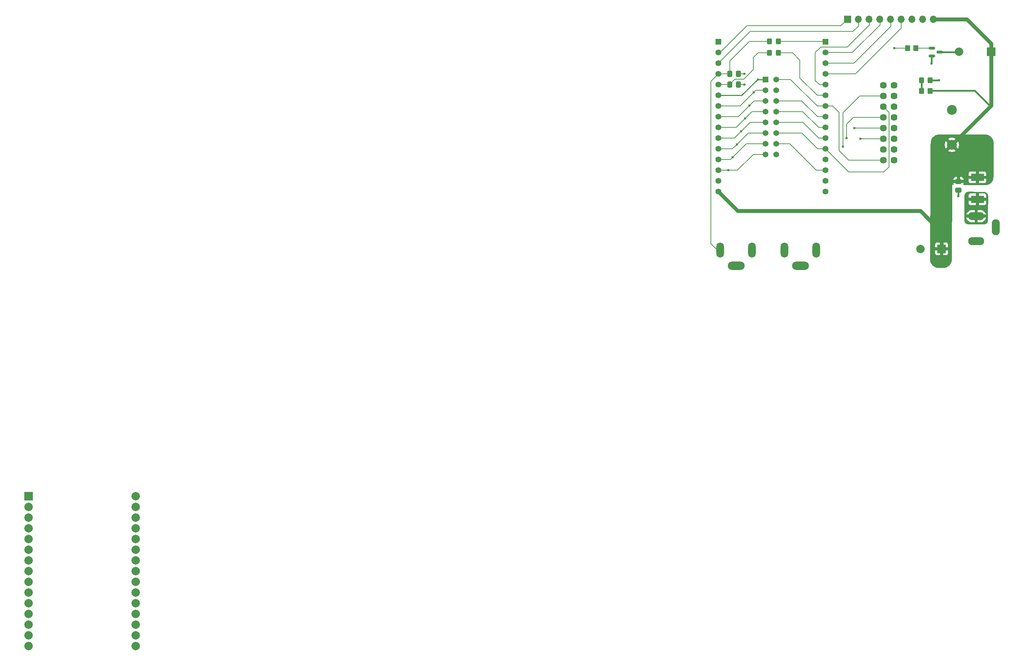
<source format=gbr>
%TF.GenerationSoftware,KiCad,Pcbnew,9.0.0*%
%TF.CreationDate,2025-04-30T00:07:22-04:00*%
%TF.ProjectId,W4MLB_Band_Display,57344d4c-425f-4426-916e-645f44697370,1.0*%
%TF.SameCoordinates,Original*%
%TF.FileFunction,Copper,L1,Top*%
%TF.FilePolarity,Positive*%
%FSLAX46Y46*%
G04 Gerber Fmt 4.6, Leading zero omitted, Abs format (unit mm)*
G04 Created by KiCad (PCBNEW 9.0.0) date 2025-04-30 00:07:22*
%MOMM*%
%LPD*%
G01*
G04 APERTURE LIST*
G04 Aperture macros list*
%AMRoundRect*
0 Rectangle with rounded corners*
0 $1 Rounding radius*
0 $2 $3 $4 $5 $6 $7 $8 $9 X,Y pos of 4 corners*
0 Add a 4 corners polygon primitive as box body*
4,1,4,$2,$3,$4,$5,$6,$7,$8,$9,$2,$3,0*
0 Add four circle primitives for the rounded corners*
1,1,$1+$1,$2,$3*
1,1,$1+$1,$4,$5*
1,1,$1+$1,$6,$7*
1,1,$1+$1,$8,$9*
0 Add four rect primitives between the rounded corners*
20,1,$1+$1,$2,$3,$4,$5,0*
20,1,$1+$1,$4,$5,$6,$7,0*
20,1,$1+$1,$6,$7,$8,$9,0*
20,1,$1+$1,$8,$9,$2,$3,0*%
G04 Aperture macros list end*
%TA.AperFunction,SMDPad,CuDef*%
%ADD10RoundRect,0.250000X-0.350000X-0.450000X0.350000X-0.450000X0.350000X0.450000X-0.350000X0.450000X0*%
%TD*%
%TA.AperFunction,ComponentPad*%
%ADD11C,2.336800*%
%TD*%
%TA.AperFunction,ComponentPad*%
%ADD12R,2.000000X2.000000*%
%TD*%
%TA.AperFunction,ComponentPad*%
%ADD13C,2.000000*%
%TD*%
%TA.AperFunction,SMDPad,CuDef*%
%ADD14RoundRect,0.250000X-0.475000X0.337500X-0.475000X-0.337500X0.475000X-0.337500X0.475000X0.337500X0*%
%TD*%
%TA.AperFunction,SMDPad,CuDef*%
%ADD15RoundRect,0.250000X0.325000X0.450000X-0.325000X0.450000X-0.325000X-0.450000X0.325000X-0.450000X0*%
%TD*%
%TA.AperFunction,ComponentPad*%
%ADD16O,4.000000X2.000000*%
%TD*%
%TA.AperFunction,ComponentPad*%
%ADD17O,1.800000X3.600000*%
%TD*%
%TA.AperFunction,ComponentPad*%
%ADD18R,1.390000X1.390000*%
%TD*%
%TA.AperFunction,ComponentPad*%
%ADD19C,1.390000*%
%TD*%
%TA.AperFunction,ComponentPad*%
%ADD20C,1.620010*%
%TD*%
%TA.AperFunction,SMDPad,CuDef*%
%ADD21RoundRect,0.150000X-0.587500X-0.150000X0.587500X-0.150000X0.587500X0.150000X-0.587500X0.150000X0*%
%TD*%
%TA.AperFunction,ComponentPad*%
%ADD22O,3.800000X1.900000*%
%TD*%
%TA.AperFunction,ComponentPad*%
%ADD23O,1.900000X3.800000*%
%TD*%
%TA.AperFunction,ComponentPad*%
%ADD24R,1.700000X1.700000*%
%TD*%
%TA.AperFunction,ComponentPad*%
%ADD25O,1.700000X1.700000*%
%TD*%
%TA.AperFunction,SMDPad,CuDef*%
%ADD26R,3.150000X1.780000*%
%TD*%
%TA.AperFunction,SMDPad,CuDef*%
%ADD27RoundRect,0.250000X-0.337500X-0.475000X0.337500X-0.475000X0.337500X0.475000X-0.337500X0.475000X0*%
%TD*%
%TA.AperFunction,ComponentPad*%
%ADD28R,1.370000X1.370000*%
%TD*%
%TA.AperFunction,ComponentPad*%
%ADD29C,1.370000*%
%TD*%
%TA.AperFunction,ViaPad*%
%ADD30C,0.600000*%
%TD*%
%TA.AperFunction,Conductor*%
%ADD31C,0.400000*%
%TD*%
%TA.AperFunction,Conductor*%
%ADD32C,0.200000*%
%TD*%
%TA.AperFunction,Conductor*%
%ADD33C,0.900000*%
%TD*%
%TA.AperFunction,Conductor*%
%ADD34C,0.254000*%
%TD*%
G04 APERTURE END LIST*
D10*
%TO.P,R2,1*%
%TO.N,GPIO2*%
X166650000Y-73350000D03*
%TO.P,R2,2*%
%TO.N,Net-(Q1-B)*%
X168650000Y-73350000D03*
%TD*%
D11*
%TO.P,J7,1,1*%
%TO.N,+5V*%
X177186000Y-96305000D03*
%TO.P,J7,2,2*%
%TO.N,GND*%
X177186000Y-88050000D03*
%TD*%
D12*
%TO.P,BZ1,1,+*%
%TO.N,+5V*%
X186500000Y-74250000D03*
D13*
%TO.P,BZ1,2,-*%
%TO.N,Net-(BZ1--)*%
X178900000Y-74250000D03*
%TD*%
D14*
%TO.P,C1,1*%
%TO.N,+5V*%
X178750000Y-105000000D03*
%TO.P,C1,2*%
%TO.N,GND*%
X178750000Y-107075000D03*
%TD*%
D10*
%TO.P,R1,1*%
%TO.N,Net-(D3-A)*%
X170000000Y-83500000D03*
%TO.P,R1,2*%
%TO.N,+5V*%
X172000000Y-83500000D03*
%TD*%
D15*
%TO.P,D1,1,K*%
%TO.N,GPIO23*%
X136000000Y-71750000D03*
%TO.P,D1,2,A*%
%TO.N,GPIO34*%
X133950000Y-71750000D03*
%TD*%
D16*
%TO.P,J6,1*%
%TO.N,GND*%
X141267500Y-125000000D03*
D17*
%TO.P,J6,2*%
%TO.N,GPIO35*%
X137517500Y-121300000D03*
%TO.P,J6,3*%
%TO.N,GND*%
X145017500Y-121300000D03*
%TD*%
D18*
%TO.P,J2,01,01*%
%TO.N,GPIO23*%
X147230000Y-71860000D03*
D19*
%TO.P,J2,02,02*%
%TO.N,GPIO22*%
X147230000Y-74400000D03*
%TO.P,J2,03,03*%
%TO.N,GPIO1*%
X147230000Y-76940000D03*
%TO.P,J2,04,04*%
%TO.N,GPIO3*%
X147230000Y-79480000D03*
%TO.P,J2,05,05*%
%TO.N,GPIO21*%
X147230000Y-82020000D03*
%TO.P,J2,06,06*%
%TO.N,GPIO19*%
X147230000Y-84560000D03*
%TO.P,J2,07,07*%
%TO.N,GPIO18*%
X147230000Y-87100000D03*
%TO.P,J2,08,08*%
%TO.N,GPIO5*%
X147230000Y-89640000D03*
%TO.P,J2,09,09*%
%TO.N,GPIO17*%
X147230000Y-92180000D03*
%TO.P,J2,10,10*%
%TO.N,GPIO16*%
X147230000Y-94720000D03*
%TO.P,J2,11,11*%
%TO.N,GPIO4*%
X147230000Y-97260000D03*
%TO.P,J2,12,12*%
%TO.N,GPIO2*%
X147230000Y-99800000D03*
%TO.P,J2,13,13*%
%TO.N,GPIO15*%
X147230000Y-102340000D03*
%TO.P,J2,14,14*%
%TO.N,GND*%
X147230000Y-104880000D03*
%TO.P,J2,15,15*%
%TO.N,/+3.3VDC*%
X147230000Y-107420000D03*
%TD*%
D20*
%TO.P,J4,1,1*%
%TO.N,GPIO32*%
X163500000Y-99990000D03*
%TO.P,J4,2,2*%
%TO.N,GPIO18*%
X160960000Y-99990000D03*
%TO.P,J4,3,3*%
%TO.N,GPIO33*%
X163500000Y-97450000D03*
%TO.P,J4,4,4*%
%TO.N,GND*%
X160960000Y-97450000D03*
%TO.P,J4,5,5*%
%TO.N,GPIO25*%
X163500000Y-94910000D03*
%TO.P,J4,6,6*%
%TO.N,GPIO5*%
X160960000Y-94910000D03*
%TO.P,J4,7,7*%
%TO.N,GPIO26*%
X163500000Y-92370000D03*
%TO.P,J4,8,8*%
%TO.N,GPIO17*%
X160960000Y-92370000D03*
%TO.P,J4,9,9*%
%TO.N,GPIO27*%
X163500000Y-89830000D03*
%TO.P,J4,10,10*%
%TO.N,GPIO16*%
X160960000Y-89830000D03*
%TO.P,J4,11,11*%
%TO.N,GPIO14*%
X163500000Y-87290000D03*
%TO.P,J4,12,12*%
%TO.N,GPIO4*%
X160960000Y-87290000D03*
%TO.P,J4,13,13*%
%TO.N,GPIO12*%
X163500000Y-84750000D03*
%TO.P,J4,14,14*%
%TO.N,GPIO15*%
X160960000Y-84750000D03*
%TO.P,J4,15,15*%
%TO.N,GPIO13*%
X163500000Y-82210000D03*
%TO.P,J4,16,16*%
%TO.N,GND*%
X160960000Y-82210000D03*
%TD*%
D21*
%TO.P,Q1,1,B*%
%TO.N,Net-(Q1-B)*%
X172412500Y-73350000D03*
%TO.P,Q1,2,E*%
%TO.N,GND*%
X172412500Y-75250000D03*
%TO.P,Q1,3,C*%
%TO.N,Net-(BZ1--)*%
X174287500Y-74300000D03*
%TD*%
D15*
%TO.P,D3,1,K*%
%TO.N,GND*%
X172000000Y-81000000D03*
%TO.P,D3,2,A*%
%TO.N,Net-(D3-A)*%
X169950000Y-81000000D03*
%TD*%
D22*
%TO.P,J8,1*%
%TO.N,/PWR IN*%
X182950000Y-113237500D03*
%TO.P,J8,2*%
%TO.N,GND*%
X182950000Y-119167500D03*
D23*
%TO.P,J8,3*%
X187600000Y-115917500D03*
%TD*%
D24*
%TO.P,J9,1,Pin_1*%
%TO.N,GPIO36*%
X152500000Y-66500000D03*
D25*
%TO.P,J9,2,Pin_2*%
%TO.N,GPIO39*%
X155040000Y-66500000D03*
%TO.P,J9,3,Pin_3*%
%TO.N,GPIO21*%
X157580000Y-66500000D03*
%TO.P,J9,4,Pin_4*%
%TO.N,GPIO22*%
X160120000Y-66500000D03*
%TO.P,J9,5,Pin_5*%
%TO.N,GPIO1*%
X162660000Y-66500000D03*
%TO.P,J9,6,Pin_6*%
%TO.N,GPIO3*%
X165200000Y-66500000D03*
%TO.P,J9,7,Pin_7*%
%TO.N,GND*%
X167740000Y-66500000D03*
%TO.P,J9,8,Pin_8*%
%TO.N,/+3.3VDC*%
X170280000Y-66500000D03*
%TO.P,J9,9,Pin_9*%
%TO.N,+5V*%
X172820000Y-66500000D03*
%TD*%
D16*
%TO.P,J5,1*%
%TO.N,GND*%
X126017500Y-125000000D03*
D17*
%TO.P,J5,2*%
%TO.N,GPIO34*%
X122267500Y-121300000D03*
%TO.P,J5,3*%
%TO.N,GND*%
X129767500Y-121300000D03*
%TD*%
D12*
%TO.P,U1,1,3V3*%
%TO.N,unconnected-(U1-3V3-Pad1)*%
X-41750000Y-179690000D03*
D13*
%TO.P,U1,2,GND*%
%TO.N,unconnected-(U1-GND-Pad2)*%
X-41750000Y-182230000D03*
%TO.P,U1,3,D15*%
%TO.N,unconnected-(U1-D15-Pad3)*%
X-41750000Y-184770000D03*
%TO.P,U1,4,D2*%
%TO.N,unconnected-(U1-D2-Pad4)*%
X-41750000Y-187310000D03*
%TO.P,U1,5,D4*%
%TO.N,unconnected-(U1-D4-Pad5)*%
X-41750000Y-189850000D03*
%TO.P,U1,6,RX2*%
%TO.N,unconnected-(U1-RX2-Pad6)*%
X-41750000Y-192390000D03*
%TO.P,U1,7,TX2*%
%TO.N,unconnected-(U1-TX2-Pad7)*%
X-41750000Y-194930000D03*
%TO.P,U1,8,D5*%
%TO.N,unconnected-(U1-D5-Pad8)*%
X-41750000Y-197470000D03*
%TO.P,U1,9,D18*%
%TO.N,unconnected-(U1-D18-Pad9)*%
X-41750000Y-200010000D03*
%TO.P,U1,10,D19*%
%TO.N,unconnected-(U1-D19-Pad10)*%
X-41750000Y-202550000D03*
%TO.P,U1,11,D21*%
%TO.N,unconnected-(U1-D21-Pad11)*%
X-41750000Y-205090000D03*
%TO.P,U1,12,RX0*%
%TO.N,unconnected-(U1-RX0-Pad12)*%
X-41750000Y-207630000D03*
%TO.P,U1,13,TX0*%
%TO.N,unconnected-(U1-TX0-Pad13)*%
X-41750000Y-210170000D03*
%TO.P,U1,14,D22*%
%TO.N,unconnected-(U1-D22-Pad14)*%
X-41750000Y-212710000D03*
%TO.P,U1,15,D23*%
%TO.N,unconnected-(U1-D23-Pad15)*%
X-41750000Y-215250000D03*
%TO.P,U1,16,EN*%
%TO.N,unconnected-(U1-EN-Pad16)*%
X-16350000Y-215250000D03*
%TO.P,U1,17,VP*%
%TO.N,unconnected-(U1-VP-Pad17)*%
X-16350000Y-212710000D03*
%TO.P,U1,18,VN*%
%TO.N,unconnected-(U1-VN-Pad18)*%
X-16350000Y-210170000D03*
%TO.P,U1,19,D34*%
%TO.N,unconnected-(U1-D34-Pad19)*%
X-16350000Y-207630000D03*
%TO.P,U1,20,D35*%
%TO.N,unconnected-(U1-D35-Pad20)*%
X-16350000Y-205090000D03*
%TO.P,U1,21,D32*%
%TO.N,unconnected-(U1-D32-Pad21)*%
X-16350000Y-202550000D03*
%TO.P,U1,22,D33*%
%TO.N,unconnected-(U1-D33-Pad22)*%
X-16350000Y-200010000D03*
%TO.P,U1,23,D25*%
%TO.N,unconnected-(U1-D25-Pad23)*%
X-16350000Y-197470000D03*
%TO.P,U1,24,D26*%
%TO.N,unconnected-(U1-D26-Pad24)*%
X-16350000Y-194930000D03*
%TO.P,U1,25,D27*%
%TO.N,unconnected-(U1-D27-Pad25)*%
X-16350000Y-192390000D03*
%TO.P,U1,26,D14*%
%TO.N,unconnected-(U1-D14-Pad26)*%
X-16350000Y-189850000D03*
%TO.P,U1,27,D12*%
%TO.N,unconnected-(U1-D12-Pad27)*%
X-16350000Y-187310000D03*
%TO.P,U1,28,D13*%
%TO.N,unconnected-(U1-D13-Pad28)*%
X-16350000Y-184770000D03*
%TO.P,U1,29,GND__1*%
%TO.N,unconnected-(U1-GND__1-Pad29)*%
X-16350000Y-182230000D03*
%TO.P,U1,30,VIN*%
%TO.N,unconnected-(U1-VIN-Pad30)*%
X-16350000Y-179690000D03*
%TD*%
D26*
%TO.P,F1,1*%
%TO.N,/PWR IN*%
X183250000Y-109250000D03*
%TO.P,F1,2*%
%TO.N,+5V*%
X183250000Y-104020000D03*
%TD*%
D15*
%TO.P,D2,1,K*%
%TO.N,GPIO19*%
X136000000Y-74500000D03*
%TO.P,D2,2,A*%
%TO.N,GPIO35*%
X133950000Y-74500000D03*
%TD*%
D12*
%TO.P,C2,1*%
%TO.N,+5V*%
X174750000Y-121000000D03*
D13*
%TO.P,C2,2*%
%TO.N,GND*%
X169750000Y-121000000D03*
%TD*%
D27*
%TO.P,C3,1*%
%TO.N,GPIO35*%
X124500000Y-82000000D03*
%TO.P,C3,2*%
%TO.N,GND*%
X126575000Y-82000000D03*
%TD*%
%TO.P,C4,1*%
%TO.N,GPIO34*%
X124500000Y-79500000D03*
%TO.P,C4,2*%
%TO.N,GND*%
X126575000Y-79500000D03*
%TD*%
D18*
%TO.P,J1,01,01*%
%TO.N,unconnected-(J1-Pad01)*%
X121830000Y-71860000D03*
D19*
%TO.P,J1,02,02*%
%TO.N,GPIO36*%
X121830000Y-74400000D03*
%TO.P,J1,03,03*%
%TO.N,GPIO39*%
X121830000Y-76940000D03*
%TO.P,J1,04,04*%
%TO.N,GPIO34*%
X121830000Y-79480000D03*
%TO.P,J1,05,05*%
%TO.N,GPIO35*%
X121830000Y-82020000D03*
%TO.P,J1,06,06*%
%TO.N,GPIO32*%
X121830000Y-84560000D03*
%TO.P,J1,07,07*%
%TO.N,GPIO33*%
X121830000Y-87100000D03*
%TO.P,J1,08,08*%
%TO.N,GPIO25*%
X121830000Y-89640000D03*
%TO.P,J1,09,09*%
%TO.N,GPIO26*%
X121830000Y-92180000D03*
%TO.P,J1,10,10*%
%TO.N,GPIO27*%
X121830000Y-94720000D03*
%TO.P,J1,11,11*%
%TO.N,GPIO14*%
X121830000Y-97260000D03*
%TO.P,J1,12,12*%
%TO.N,GPIO12*%
X121830000Y-99800000D03*
%TO.P,J1,13,13*%
%TO.N,GPIO13*%
X121830000Y-102340000D03*
%TO.P,J1,14,14*%
%TO.N,GND*%
X121830000Y-104880000D03*
%TO.P,J1,15,15*%
%TO.N,+5V*%
X121830000Y-107420000D03*
%TD*%
D28*
%TO.P,J3,01,01*%
%TO.N,GPIO32*%
X133010000Y-80802500D03*
D29*
%TO.P,J3,02,02*%
%TO.N,GPIO18*%
X135550000Y-80802500D03*
%TO.P,J3,03,03*%
%TO.N,GPIO33*%
X133010000Y-83342500D03*
%TO.P,J3,04,04*%
%TO.N,GND*%
X135550000Y-83342500D03*
%TO.P,J3,05,05*%
%TO.N,GPIO25*%
X133010000Y-85882500D03*
%TO.P,J3,06,06*%
%TO.N,GPIO5*%
X135550000Y-85882500D03*
%TO.P,J3,07,07*%
%TO.N,GPIO26*%
X133010000Y-88422500D03*
%TO.P,J3,08,08*%
%TO.N,GPIO17*%
X135550000Y-88422500D03*
%TO.P,J3,09,09*%
%TO.N,GPIO27*%
X133010000Y-90962500D03*
%TO.P,J3,10,10*%
%TO.N,GPIO16*%
X135550000Y-90962500D03*
%TO.P,J3,11,11*%
%TO.N,GPIO14*%
X133010000Y-93502500D03*
%TO.P,J3,12,12*%
%TO.N,GPIO4*%
X135550000Y-93502500D03*
%TO.P,J3,13,13*%
%TO.N,GPIO12*%
X133010000Y-96042500D03*
%TO.P,J3,14,14*%
%TO.N,GPIO15*%
X135550000Y-96042500D03*
%TO.P,J3,15,15*%
%TO.N,GPIO13*%
X133010000Y-98582500D03*
%TO.P,J3,16,16*%
%TO.N,GND*%
X135550000Y-98582500D03*
%TD*%
D30*
%TO.N,GND*%
X127980000Y-82000000D03*
X174125000Y-81000000D03*
X172400000Y-77050000D03*
X128000000Y-79450000D03*
X178750000Y-108490000D03*
%TO.N,GPIO32*%
X131200000Y-80802500D03*
%TO.N,GPIO16*%
X152250000Y-94750000D03*
%TO.N,GPIO17*%
X154100000Y-92370000D03*
%TO.N,GPIO13*%
X124200000Y-102362500D03*
%TO.N,GPIO33*%
X130200000Y-83882500D03*
%TO.N,GPIO25*%
X129200000Y-86962500D03*
%TO.N,GPIO27*%
X127200000Y-93122500D03*
%TO.N,GPIO26*%
X128200000Y-90042500D03*
%TO.N,GPIO2*%
X163550000Y-73350000D03*
%TO.N,GPIO14*%
X126200000Y-96202500D03*
%TO.N,GPIO12*%
X125200000Y-99282500D03*
%TO.N,GPIO5*%
X155500000Y-94900000D03*
%TO.N,GPIO15*%
X151400000Y-96750000D03*
%TD*%
D31*
%TO.N,GND*%
X172400000Y-77050000D02*
X172400000Y-75262500D01*
D32*
X128000000Y-79390000D02*
X128000000Y-79450000D01*
X126575000Y-82000000D02*
X127980000Y-82000000D01*
X127950000Y-79500000D02*
X126575000Y-79500000D01*
D31*
X178750000Y-108490000D02*
X178750000Y-107075000D01*
X174125000Y-81000000D02*
X172000000Y-81000000D01*
D32*
X172400000Y-75262500D02*
X172412500Y-75250000D01*
X128000000Y-79450000D02*
X127950000Y-79500000D01*
D33*
%TO.N,+5V*%
X186500000Y-72250000D02*
X180750000Y-66500000D01*
D32*
X172000000Y-83500000D02*
X172045000Y-83455000D01*
D33*
X169710000Y-112000000D02*
X174750000Y-117040000D01*
X186500000Y-72250000D02*
X186500000Y-74250000D01*
X186500000Y-74250000D02*
X186500000Y-86991000D01*
X174750000Y-117040000D02*
X174750000Y-121000000D01*
X126400000Y-112000000D02*
X169710000Y-112000000D01*
X121830000Y-107420000D02*
X121830000Y-107430000D01*
D31*
X182605000Y-83455000D02*
X182650000Y-83500000D01*
X172045000Y-83455000D02*
X182605000Y-83455000D01*
D33*
X121830000Y-107430000D02*
X126400000Y-112000000D01*
X186500000Y-86991000D02*
X177186000Y-96305000D01*
D31*
X182650000Y-83500000D02*
X186141000Y-86991000D01*
X185700000Y-74250000D02*
X186500000Y-74250000D01*
D33*
X180750000Y-66500000D02*
X172710000Y-66500000D01*
D32*
X174790000Y-111920000D02*
X174750000Y-111960000D01*
D34*
%TO.N,GPIO32*%
X131200000Y-80802500D02*
X131220000Y-80802500D01*
X131097500Y-80802500D02*
X131200000Y-80802500D01*
X121830000Y-84560000D02*
X127340000Y-84560000D01*
X131220000Y-80802500D02*
X133010000Y-80802500D01*
X127340000Y-84560000D02*
X131097500Y-80802500D01*
D32*
%TO.N,GPIO16*%
X145625000Y-94725000D02*
X145630000Y-94720000D01*
X141862500Y-90962500D02*
X145625000Y-94725000D01*
X152250000Y-91400000D02*
X152250000Y-94750000D01*
X145630000Y-94720000D02*
X147230000Y-94720000D01*
X153820000Y-89830000D02*
X152400000Y-91250000D01*
X135550000Y-90962500D02*
X141862500Y-90962500D01*
X152400000Y-91250000D02*
X152250000Y-91400000D01*
X160960000Y-89830000D02*
X153820000Y-89830000D01*
%TO.N,GPIO34*%
X121830000Y-79480000D02*
X124480000Y-79480000D01*
X120050000Y-81260000D02*
X120050000Y-119750000D01*
X121830000Y-79480000D02*
X120050000Y-81260000D01*
X124500000Y-76450000D02*
X124500000Y-79500000D01*
X129200000Y-71750000D02*
X124500000Y-76450000D01*
X120050000Y-119750000D02*
X121600000Y-121300000D01*
X133950000Y-71750000D02*
X129200000Y-71750000D01*
X124480000Y-79480000D02*
X124500000Y-79500000D01*
X121600000Y-121300000D02*
X122267500Y-121300000D01*
%TO.N,GPIO17*%
X141822500Y-88422500D02*
X145580000Y-92180000D01*
X154100000Y-92370000D02*
X160960000Y-92370000D01*
X145580000Y-92180000D02*
X147230000Y-92180000D01*
X135550000Y-88422500D02*
X141822500Y-88422500D01*
%TO.N,GPIO36*%
X128600000Y-68000000D02*
X150890000Y-68000000D01*
X121830000Y-74400000D02*
X122200000Y-74400000D01*
X122200000Y-74400000D02*
X128600000Y-68000000D01*
X150890000Y-68000000D02*
X152390000Y-66500000D01*
%TO.N,GPIO4*%
X141602500Y-93502500D02*
X145360000Y-97260000D01*
X135550000Y-93502500D02*
X141602500Y-93502500D01*
X162250000Y-101550000D02*
X161050000Y-102750000D01*
X162250000Y-88580000D02*
X162250000Y-101550000D01*
X160960000Y-87290000D02*
X162250000Y-88580000D01*
X152720000Y-102750000D02*
X147230000Y-97260000D01*
X145360000Y-97260000D02*
X147230000Y-97260000D01*
X161050000Y-102750000D02*
X152720000Y-102750000D01*
%TO.N,GPIO13*%
X126342500Y-102340000D02*
X130100000Y-98582500D01*
X130100000Y-98582500D02*
X133010000Y-98582500D01*
X121830000Y-102340000D02*
X124130000Y-102340000D01*
X124130000Y-102340000D02*
X124140000Y-102340000D01*
X124140000Y-102340000D02*
X126342500Y-102340000D01*
%TO.N,GPIO33*%
X130732500Y-83350000D02*
X130200000Y-83882500D01*
X127000000Y-87100000D02*
X121830000Y-87100000D01*
X133010000Y-83342500D02*
X133010000Y-83340000D01*
X130200000Y-83900000D02*
X127000000Y-87100000D01*
X133010000Y-83342500D02*
X133002500Y-83350000D01*
X130200000Y-83882500D02*
X130200000Y-83900000D01*
X133002500Y-83350000D02*
X130732500Y-83350000D01*
%TO.N,GPIO39*%
X153750000Y-69400000D02*
X155050000Y-68100000D01*
X129370000Y-69400000D02*
X153750000Y-69400000D01*
X121830000Y-76940000D02*
X129370000Y-69400000D01*
X155050000Y-68100000D02*
X155050000Y-66620000D01*
%TO.N,GPIO25*%
X129401250Y-86761250D02*
X129401250Y-86748750D01*
X126522500Y-89640000D02*
X129401250Y-86761250D01*
X129401250Y-86748750D02*
X130267500Y-85882500D01*
X121830000Y-89640000D02*
X126522500Y-89640000D01*
X130267500Y-85882500D02*
X133010000Y-85882500D01*
%TO.N,GPIO35*%
X133950000Y-74650000D02*
X133950000Y-74500000D01*
X130150000Y-78450000D02*
X130150000Y-75600000D01*
X127850000Y-80750000D02*
X130150000Y-78450000D01*
X124480000Y-82020000D02*
X124500000Y-82000000D01*
X124500000Y-82000000D02*
X125750000Y-80750000D01*
X121830000Y-82020000D02*
X124480000Y-82020000D01*
X131250000Y-74500000D02*
X133950000Y-74500000D01*
X130150000Y-75600000D02*
X131250000Y-74500000D01*
X125750000Y-80750000D02*
X127850000Y-80750000D01*
%TO.N,GPIO27*%
X125602500Y-94720000D02*
X127200000Y-93122500D01*
X127227500Y-93122500D02*
X129387500Y-90962500D01*
X121830000Y-94720000D02*
X125602500Y-94720000D01*
X129387500Y-90962500D02*
X133010000Y-90962500D01*
X127200000Y-93122500D02*
X127227500Y-93122500D01*
%TO.N,GPIO26*%
X129800000Y-88450000D02*
X132982500Y-88450000D01*
X126070000Y-92180000D02*
X129800000Y-88450000D01*
X121830000Y-92180000D02*
X126070000Y-92180000D01*
X133010000Y-88460000D02*
X133010000Y-88422500D01*
X132982500Y-88450000D02*
X133010000Y-88422500D01*
%TO.N,GPIO2*%
X166650000Y-73350000D02*
X163550000Y-73350000D01*
%TO.N,GPIO14*%
X126200000Y-96202500D02*
X128900000Y-93502500D01*
X128900000Y-93502500D02*
X133010000Y-93502500D01*
X125142500Y-97260000D02*
X126200000Y-96202500D01*
X121830000Y-97260000D02*
X125142500Y-97260000D01*
%TO.N,GPIO22*%
X147230000Y-74400000D02*
X153600000Y-74400000D01*
X153600000Y-74400000D02*
X160150000Y-67850000D01*
X160150000Y-67850000D02*
X160150000Y-66640000D01*
%TO.N,GPIO18*%
X147230000Y-87100000D02*
X148900000Y-87100000D01*
X150400000Y-88600000D02*
X150400000Y-97700000D01*
X135550000Y-80802500D02*
X138952500Y-80802500D01*
X152690000Y-99990000D02*
X160960000Y-99990000D01*
X150400000Y-97700000D02*
X152690000Y-99990000D01*
X145250000Y-87100000D02*
X147230000Y-87100000D01*
X135647500Y-80900000D02*
X135550000Y-80802500D01*
X138952500Y-80802500D02*
X145250000Y-87100000D01*
X148900000Y-87100000D02*
X150400000Y-88600000D01*
%TO.N,GPIO1*%
X162700000Y-68250000D02*
X162700000Y-66650000D01*
X147230000Y-76940000D02*
X154010000Y-76940000D01*
X154010000Y-76940000D02*
X162700000Y-68250000D01*
%TO.N,GPIO12*%
X125200000Y-99282500D02*
X128440000Y-96042500D01*
X128440000Y-96042500D02*
X133010000Y-96042500D01*
X121830000Y-99800000D02*
X124682500Y-99800000D01*
X133010000Y-96042500D02*
X133642500Y-96042500D01*
X124682500Y-99800000D02*
X125200000Y-99282500D01*
%TO.N,GPIO3*%
X165200000Y-68650000D02*
X165200000Y-66610000D01*
X147230000Y-79480000D02*
X154370000Y-79480000D01*
X154370000Y-79480000D02*
X165200000Y-68650000D01*
%TO.N,GPIO23*%
X136000000Y-71750000D02*
X147120000Y-71750000D01*
X147120000Y-71750000D02*
X147230000Y-71860000D01*
%TO.N,GPIO5*%
X155510000Y-94910000D02*
X155500000Y-94900000D01*
X160960000Y-94910000D02*
X155510000Y-94910000D01*
X141582500Y-85882500D02*
X145340000Y-89640000D01*
X135550000Y-85882500D02*
X141582500Y-85882500D01*
X145340000Y-89640000D02*
X147230000Y-89640000D01*
%TO.N,GPIO15*%
X138742500Y-96042500D02*
X145050000Y-102350000D01*
X151550000Y-88550000D02*
X151400000Y-88700000D01*
X145060000Y-102340000D02*
X147230000Y-102340000D01*
X151400000Y-88700000D02*
X151400000Y-96750000D01*
X155350000Y-84750000D02*
X151550000Y-88550000D01*
X160960000Y-84750000D02*
X155350000Y-84750000D01*
X135550000Y-96042500D02*
X138742500Y-96042500D01*
X145050000Y-102350000D02*
X145060000Y-102340000D01*
%TO.N,GPIO21*%
X145770000Y-82020000D02*
X144800000Y-81050000D01*
X157600000Y-67900000D02*
X157600000Y-66630000D01*
X146100000Y-73100000D02*
X152400000Y-73100000D01*
X144800000Y-74400000D02*
X146100000Y-73100000D01*
X147230000Y-82020000D02*
X145770000Y-82020000D01*
X144800000Y-81050000D02*
X144800000Y-74400000D01*
X152400000Y-73100000D02*
X157600000Y-67900000D01*
%TO.N,GPIO19*%
X141150000Y-76250000D02*
X139400000Y-74500000D01*
X139400000Y-74500000D02*
X136000000Y-74500000D01*
X145260000Y-84560000D02*
X141150000Y-80450000D01*
X141150000Y-80450000D02*
X141150000Y-76250000D01*
X147230000Y-84560000D02*
X145260000Y-84560000D01*
%TO.N,Net-(D3-A)*%
X169975000Y-83475000D02*
X170000000Y-83500000D01*
D31*
X170000000Y-83500000D02*
X170000000Y-81050000D01*
%TO.N,Net-(BZ1--)*%
X178850000Y-74300000D02*
X178900000Y-74250000D01*
X174287500Y-74300000D02*
X178850000Y-74300000D01*
D32*
X178900000Y-74250000D02*
X178900000Y-74750000D01*
%TO.N,Net-(Q1-B)*%
X168650000Y-73350000D02*
X172412500Y-73350000D01*
%TD*%
%TA.AperFunction,Conductor*%
%TO.N,/PWR IN*%
G36*
X183527353Y-107451990D02*
G01*
X184785496Y-107456444D01*
X184797618Y-107457082D01*
X184974267Y-107475094D01*
X184998062Y-107479910D01*
X185161958Y-107530209D01*
X185184365Y-107539573D01*
X185335313Y-107620850D01*
X185355460Y-107634398D01*
X185487679Y-107743539D01*
X185504796Y-107760750D01*
X185613207Y-107893568D01*
X185626644Y-107913790D01*
X185707089Y-108065186D01*
X185716329Y-108087644D01*
X185765723Y-108251813D01*
X185770409Y-108275641D01*
X185787446Y-108452374D01*
X185788018Y-108464517D01*
X185780022Y-112518565D01*
X185780018Y-112519262D01*
X185779942Y-112529268D01*
X185779924Y-112530654D01*
X185779733Y-112540825D01*
X185779718Y-112541520D01*
X185759999Y-113349996D01*
X185759948Y-113359442D01*
X185759948Y-113359446D01*
X185755037Y-114253106D01*
X185754198Y-114266843D01*
X185732773Y-114449859D01*
X185726573Y-114476632D01*
X185667667Y-114643892D01*
X185655722Y-114668641D01*
X185561423Y-114818819D01*
X185544320Y-114840330D01*
X185419257Y-114966050D01*
X185397835Y-114983266D01*
X185248154Y-115078350D01*
X185223468Y-115090424D01*
X185056520Y-115150205D01*
X185029779Y-115156546D01*
X184846877Y-115178929D01*
X184833146Y-115179840D01*
X181174265Y-115219113D01*
X181162042Y-115218641D01*
X180984082Y-115202949D01*
X180960072Y-115198415D01*
X180811610Y-115154867D01*
X180794545Y-115149861D01*
X180771896Y-115140709D01*
X180667045Y-115085764D01*
X180619108Y-115060643D01*
X180598687Y-115047224D01*
X180464563Y-114938748D01*
X180447172Y-114921586D01*
X180336927Y-114788923D01*
X180323237Y-114768683D01*
X180259988Y-114651795D01*
X180241142Y-114616966D01*
X180231689Y-114594438D01*
X180227635Y-114581269D01*
X180180940Y-114429578D01*
X180176088Y-114405631D01*
X180161988Y-114266843D01*
X180158030Y-114227894D01*
X180157396Y-114215684D01*
X180156836Y-113997466D01*
X180153922Y-112862499D01*
X180597224Y-112862499D01*
X180597225Y-112862500D01*
X181736311Y-112862500D01*
X181658325Y-112883396D01*
X181571675Y-112933424D01*
X181500924Y-113004175D01*
X181450896Y-113090825D01*
X181425000Y-113187472D01*
X181425000Y-113287528D01*
X181450896Y-113384175D01*
X181500924Y-113470825D01*
X181571675Y-113541576D01*
X181658325Y-113591604D01*
X181736311Y-113612500D01*
X180597225Y-113612500D01*
X180656230Y-113794104D01*
X180656231Y-113794107D01*
X180759849Y-113997466D01*
X180894004Y-114182114D01*
X181055385Y-114343495D01*
X181240033Y-114477650D01*
X181443395Y-114581269D01*
X181660455Y-114651795D01*
X181885884Y-114687500D01*
X182575000Y-114687500D01*
X182575000Y-113617500D01*
X183325000Y-113617500D01*
X183325000Y-114687500D01*
X184014116Y-114687500D01*
X184239544Y-114651795D01*
X184456604Y-114581269D01*
X184659966Y-114477650D01*
X184844614Y-114343495D01*
X185005995Y-114182114D01*
X185140150Y-113997466D01*
X185243768Y-113794107D01*
X185243769Y-113794104D01*
X185302775Y-113612500D01*
X184163689Y-113612500D01*
X184241675Y-113591604D01*
X184328325Y-113541576D01*
X184399076Y-113470825D01*
X184449104Y-113384175D01*
X184475000Y-113287528D01*
X184475000Y-113187472D01*
X184449104Y-113090825D01*
X184399076Y-113004175D01*
X184328325Y-112933424D01*
X184241675Y-112883396D01*
X184163689Y-112862500D01*
X185302775Y-112862500D01*
X185302775Y-112862499D01*
X185243769Y-112680895D01*
X185243768Y-112680892D01*
X185140150Y-112477533D01*
X185005995Y-112292885D01*
X184844614Y-112131504D01*
X184659966Y-111997349D01*
X184456604Y-111893730D01*
X184239544Y-111823204D01*
X184014116Y-111787500D01*
X183325000Y-111787500D01*
X183325000Y-112857500D01*
X182575000Y-112857500D01*
X182575000Y-111787500D01*
X181885884Y-111787500D01*
X181660455Y-111823204D01*
X181443395Y-111893730D01*
X181240033Y-111997349D01*
X181055385Y-112131504D01*
X180894004Y-112292885D01*
X180759849Y-112477533D01*
X180656231Y-112680892D01*
X180656230Y-112680895D01*
X180597224Y-112862499D01*
X180153922Y-112862499D01*
X180147054Y-110187844D01*
X181175000Y-110187844D01*
X181181401Y-110247372D01*
X181181403Y-110247379D01*
X181231645Y-110382086D01*
X181231649Y-110382093D01*
X181317809Y-110497187D01*
X181317812Y-110497190D01*
X181432906Y-110583350D01*
X181432913Y-110583354D01*
X181567620Y-110633596D01*
X181567627Y-110633598D01*
X181627155Y-110639999D01*
X181627172Y-110640000D01*
X182875000Y-110640000D01*
X183625000Y-110640000D01*
X184872828Y-110640000D01*
X184872844Y-110639999D01*
X184932372Y-110633598D01*
X184932379Y-110633596D01*
X185067086Y-110583354D01*
X185067093Y-110583350D01*
X185182187Y-110497190D01*
X185182190Y-110497187D01*
X185268350Y-110382093D01*
X185268354Y-110382086D01*
X185318596Y-110247379D01*
X185318598Y-110247372D01*
X185324999Y-110187844D01*
X185325000Y-110187827D01*
X185325000Y-109625000D01*
X183625000Y-109625000D01*
X183625000Y-110640000D01*
X182875000Y-110640000D01*
X182875000Y-109625000D01*
X181175000Y-109625000D01*
X181175000Y-110187844D01*
X180147054Y-110187844D01*
X180142598Y-108452217D01*
X180143168Y-108440045D01*
X180155482Y-108312155D01*
X181175000Y-108312155D01*
X181175000Y-108875000D01*
X182875000Y-108875000D01*
X183625000Y-108875000D01*
X185325000Y-108875000D01*
X185325000Y-108312172D01*
X185324999Y-108312155D01*
X185318598Y-108252627D01*
X185318596Y-108252620D01*
X185268354Y-108117913D01*
X185268350Y-108117906D01*
X185182190Y-108002812D01*
X185182187Y-108002809D01*
X185067093Y-107916649D01*
X185067086Y-107916645D01*
X184932379Y-107866403D01*
X184932372Y-107866401D01*
X184872844Y-107860000D01*
X183625000Y-107860000D01*
X183625000Y-108875000D01*
X182875000Y-108875000D01*
X182875000Y-107860000D01*
X181627155Y-107860000D01*
X181567627Y-107866401D01*
X181567620Y-107866403D01*
X181432913Y-107916645D01*
X181432906Y-107916649D01*
X181317812Y-108002809D01*
X181317809Y-108002812D01*
X181231649Y-108117906D01*
X181231645Y-108117913D01*
X181181403Y-108252620D01*
X181181401Y-108252627D01*
X181175000Y-108312155D01*
X180155482Y-108312155D01*
X180160269Y-108262437D01*
X180164983Y-108238505D01*
X180214761Y-108073567D01*
X180224076Y-108051016D01*
X180295784Y-107916645D01*
X180305184Y-107899029D01*
X180318730Y-107878744D01*
X180428045Y-107745572D01*
X180445293Y-107728341D01*
X180578573Y-107619154D01*
X180598854Y-107605638D01*
X180750950Y-107524660D01*
X180773482Y-107515380D01*
X180938480Y-107465760D01*
X180962410Y-107461069D01*
X181140047Y-107444139D01*
X181152222Y-107443582D01*
X183527353Y-107451990D01*
G37*
%TD.AperFunction*%
%TD*%
%TA.AperFunction,Conductor*%
%TO.N,+5V*%
G36*
X185082753Y-93880315D02*
G01*
X185354280Y-93899746D01*
X185371780Y-93902264D01*
X185633423Y-93959212D01*
X185650399Y-93964199D01*
X185901273Y-94057824D01*
X185917366Y-94065178D01*
X186152347Y-94193568D01*
X186167221Y-94203133D01*
X186377653Y-94360772D01*
X186381530Y-94363676D01*
X186394895Y-94375265D01*
X186584160Y-94564687D01*
X186595741Y-94578064D01*
X186756104Y-94792504D01*
X186765666Y-94807401D01*
X186893854Y-95042476D01*
X186901198Y-95058582D01*
X186994612Y-95309526D01*
X186999587Y-95326514D01*
X187056314Y-95588192D01*
X187058820Y-95605715D01*
X187078024Y-95877239D01*
X187078333Y-95886090D01*
X187071678Y-103898814D01*
X187071351Y-103907707D01*
X187051510Y-104180482D01*
X187048951Y-104198082D01*
X186991247Y-104460858D01*
X186986196Y-104477912D01*
X186891492Y-104729723D01*
X186884054Y-104745879D01*
X186754293Y-104981563D01*
X186744619Y-104996488D01*
X186582480Y-105211177D01*
X186570771Y-105224564D01*
X186379588Y-105413846D01*
X186366084Y-105425421D01*
X186149785Y-105585406D01*
X186134764Y-105594930D01*
X185897802Y-105722325D01*
X185881573Y-105729602D01*
X185628820Y-105821786D01*
X185611716Y-105826666D01*
X185348378Y-105881741D01*
X185330753Y-105884124D01*
X185057793Y-105901238D01*
X185048898Y-105901476D01*
X180007862Y-105855275D01*
X179941005Y-105834977D01*
X179895736Y-105781756D01*
X179886427Y-105712509D01*
X179903463Y-105666177D01*
X179909356Y-105656623D01*
X179909358Y-105656619D01*
X179964505Y-105490197D01*
X179964506Y-105490190D01*
X179974999Y-105387486D01*
X179975000Y-105387473D01*
X179975000Y-105375000D01*
X177525001Y-105375000D01*
X177525001Y-105387486D01*
X177535494Y-105490197D01*
X177592914Y-105663477D01*
X177591461Y-105663958D01*
X177600691Y-105724769D01*
X177572164Y-105788550D01*
X177513683Y-105826782D01*
X177476683Y-105832077D01*
X177250000Y-105829999D01*
X177205095Y-123531786D01*
X177205095Y-123531792D01*
X177205072Y-123540666D01*
X177204734Y-123549491D01*
X177184701Y-123820364D01*
X177182147Y-123837842D01*
X177124781Y-124098795D01*
X177119770Y-124115732D01*
X177025904Y-124365898D01*
X177018536Y-124381952D01*
X176890084Y-124616229D01*
X176880511Y-124631073D01*
X176720070Y-124844730D01*
X176708484Y-124858064D01*
X176519309Y-125046759D01*
X176505946Y-125058310D01*
X176291887Y-125218207D01*
X176277023Y-125227740D01*
X176042415Y-125355599D01*
X176026343Y-125362926D01*
X175775940Y-125456158D01*
X175758989Y-125461126D01*
X175497894Y-125517828D01*
X175480410Y-125520338D01*
X175209478Y-125539685D01*
X175200646Y-125540000D01*
X174042664Y-125540000D01*
X174033795Y-125539682D01*
X173761729Y-125520172D01*
X173744172Y-125517641D01*
X173482020Y-125460460D01*
X173465004Y-125455450D01*
X173213694Y-125361448D01*
X173197567Y-125354062D01*
X172962231Y-125225160D01*
X172947323Y-125215547D01*
X172840507Y-125135305D01*
X172732793Y-125054388D01*
X172719419Y-125042757D01*
X172530071Y-124852630D01*
X172518487Y-124839200D01*
X172358214Y-124624014D01*
X172348663Y-124609067D01*
X172220733Y-124373213D01*
X172213412Y-124357055D01*
X172120441Y-124105352D01*
X172115501Y-124088316D01*
X172109023Y-124058024D01*
X172059396Y-123825928D01*
X172056938Y-123808367D01*
X172038545Y-123536215D01*
X172038264Y-123527345D01*
X172044339Y-122047844D01*
X173250000Y-122047844D01*
X173256401Y-122107372D01*
X173256403Y-122107379D01*
X173306645Y-122242086D01*
X173306649Y-122242093D01*
X173392809Y-122357187D01*
X173392812Y-122357190D01*
X173507906Y-122443350D01*
X173507913Y-122443354D01*
X173642620Y-122493596D01*
X173642627Y-122493598D01*
X173702155Y-122499999D01*
X173702172Y-122500000D01*
X174375000Y-122500000D01*
X175125000Y-122500000D01*
X175797828Y-122500000D01*
X175797844Y-122499999D01*
X175857372Y-122493598D01*
X175857379Y-122493596D01*
X175992086Y-122443354D01*
X175992093Y-122443350D01*
X176107187Y-122357190D01*
X176107190Y-122357187D01*
X176193350Y-122242093D01*
X176193354Y-122242086D01*
X176243596Y-122107379D01*
X176243598Y-122107372D01*
X176249999Y-122047844D01*
X176250000Y-122047827D01*
X176250000Y-121375000D01*
X175125000Y-121375000D01*
X175125000Y-122500000D01*
X174375000Y-122500000D01*
X174375000Y-121375000D01*
X173250000Y-121375000D01*
X173250000Y-122047844D01*
X172044339Y-122047844D01*
X172047315Y-121323129D01*
X172048912Y-120934174D01*
X174250000Y-120934174D01*
X174250000Y-121065826D01*
X174284075Y-121192993D01*
X174349901Y-121307007D01*
X174442993Y-121400099D01*
X174557007Y-121465925D01*
X174684174Y-121500000D01*
X174815826Y-121500000D01*
X174942993Y-121465925D01*
X175057007Y-121400099D01*
X175150099Y-121307007D01*
X175215925Y-121192993D01*
X175250000Y-121065826D01*
X175250000Y-120934174D01*
X175215925Y-120807007D01*
X175150099Y-120692993D01*
X175082106Y-120625000D01*
X175125000Y-120625000D01*
X176250000Y-120625000D01*
X176250000Y-119952172D01*
X176249999Y-119952155D01*
X176243598Y-119892627D01*
X176243596Y-119892620D01*
X176193354Y-119757913D01*
X176193350Y-119757906D01*
X176107190Y-119642812D01*
X176107187Y-119642809D01*
X175992093Y-119556649D01*
X175992086Y-119556645D01*
X175857379Y-119506403D01*
X175857372Y-119506401D01*
X175797844Y-119500000D01*
X175125000Y-119500000D01*
X175125000Y-120625000D01*
X175082106Y-120625000D01*
X175057007Y-120599901D01*
X174942993Y-120534075D01*
X174815826Y-120500000D01*
X174684174Y-120500000D01*
X174557007Y-120534075D01*
X174442993Y-120599901D01*
X174349901Y-120692993D01*
X174284075Y-120807007D01*
X174250000Y-120934174D01*
X172048912Y-120934174D01*
X172052944Y-119952155D01*
X173250000Y-119952155D01*
X173250000Y-120625000D01*
X174375000Y-120625000D01*
X174375000Y-119500000D01*
X173702155Y-119500000D01*
X173642627Y-119506401D01*
X173642620Y-119506403D01*
X173507913Y-119556645D01*
X173507906Y-119556649D01*
X173392812Y-119642809D01*
X173392809Y-119642812D01*
X173306649Y-119757906D01*
X173306645Y-119757913D01*
X173256403Y-119892620D01*
X173256401Y-119892627D01*
X173250000Y-119952155D01*
X172052944Y-119952155D01*
X172052960Y-119948342D01*
X172108883Y-106328839D01*
X172110719Y-105881741D01*
X172114512Y-104957844D01*
X181175000Y-104957844D01*
X181181401Y-105017372D01*
X181181403Y-105017379D01*
X181231645Y-105152086D01*
X181231649Y-105152093D01*
X181317809Y-105267187D01*
X181317812Y-105267190D01*
X181432906Y-105353350D01*
X181432913Y-105353354D01*
X181567620Y-105403596D01*
X181567627Y-105403598D01*
X181627155Y-105409999D01*
X181627172Y-105410000D01*
X182875000Y-105410000D01*
X183625000Y-105410000D01*
X184872828Y-105410000D01*
X184872844Y-105409999D01*
X184932372Y-105403598D01*
X184932379Y-105403596D01*
X185067086Y-105353354D01*
X185067093Y-105353350D01*
X185182187Y-105267190D01*
X185182190Y-105267187D01*
X185268350Y-105152093D01*
X185268354Y-105152086D01*
X185318596Y-105017379D01*
X185318598Y-105017372D01*
X185324999Y-104957844D01*
X185325000Y-104957827D01*
X185325000Y-104395000D01*
X183625000Y-104395000D01*
X183625000Y-105410000D01*
X182875000Y-105410000D01*
X182875000Y-104395000D01*
X181175000Y-104395000D01*
X181175000Y-104957844D01*
X172114512Y-104957844D01*
X172115930Y-104612513D01*
X177525000Y-104612513D01*
X177525000Y-104625000D01*
X178375000Y-104625000D01*
X179125000Y-104625000D01*
X179974999Y-104625000D01*
X179974999Y-104612528D01*
X179974998Y-104612513D01*
X179964506Y-104509804D01*
X179922368Y-104382643D01*
X179922367Y-104382640D01*
X179909359Y-104343382D01*
X179909356Y-104343375D01*
X179817315Y-104194154D01*
X179693345Y-104070184D01*
X179544124Y-103978143D01*
X179544119Y-103978141D01*
X179377697Y-103922994D01*
X179377690Y-103922993D01*
X179274986Y-103912500D01*
X179125000Y-103912500D01*
X179125000Y-104625000D01*
X178375000Y-104625000D01*
X178375000Y-103912500D01*
X178225027Y-103912500D01*
X178225012Y-103912501D01*
X178122302Y-103922994D01*
X177955880Y-103978141D01*
X177955875Y-103978143D01*
X177806654Y-104070184D01*
X177682684Y-104194154D01*
X177590643Y-104343375D01*
X177590641Y-104343380D01*
X177535494Y-104509802D01*
X177535493Y-104509809D01*
X177525000Y-104612513D01*
X172115930Y-104612513D01*
X172122214Y-103082155D01*
X181175000Y-103082155D01*
X181175000Y-103645000D01*
X182875000Y-103645000D01*
X183625000Y-103645000D01*
X185325000Y-103645000D01*
X185325000Y-103082172D01*
X185324999Y-103082155D01*
X185318598Y-103022627D01*
X185318596Y-103022620D01*
X185268354Y-102887913D01*
X185268350Y-102887906D01*
X185182190Y-102772812D01*
X185182187Y-102772809D01*
X185067093Y-102686649D01*
X185067086Y-102686645D01*
X184932379Y-102636403D01*
X184932372Y-102636401D01*
X184872844Y-102630000D01*
X183625000Y-102630000D01*
X183625000Y-103645000D01*
X182875000Y-103645000D01*
X182875000Y-102630000D01*
X181627155Y-102630000D01*
X181567627Y-102636401D01*
X181567620Y-102636403D01*
X181432913Y-102686645D01*
X181432906Y-102686649D01*
X181317812Y-102772809D01*
X181317809Y-102772812D01*
X181231649Y-102887906D01*
X181231645Y-102887913D01*
X181181403Y-103022620D01*
X181181401Y-103022627D01*
X181175000Y-103082155D01*
X172122214Y-103082155D01*
X172150490Y-96195639D01*
X175517600Y-96195639D01*
X175517600Y-96414360D01*
X175546147Y-96631186D01*
X175602752Y-96842442D01*
X175686444Y-97044491D01*
X175686446Y-97044496D01*
X175770531Y-97190137D01*
X176330818Y-96629850D01*
X176375670Y-96738131D01*
X176475739Y-96887896D01*
X176603104Y-97015261D01*
X176752869Y-97115330D01*
X176861147Y-97160181D01*
X176300860Y-97720467D01*
X176446503Y-97804553D01*
X176446508Y-97804555D01*
X176648557Y-97888247D01*
X176859813Y-97944852D01*
X177076639Y-97973399D01*
X177076654Y-97973400D01*
X177295346Y-97973400D01*
X177295360Y-97973399D01*
X177512186Y-97944852D01*
X177723442Y-97888247D01*
X177925491Y-97804555D01*
X177925500Y-97804551D01*
X178071137Y-97720467D01*
X177510851Y-97160181D01*
X177619131Y-97115330D01*
X177768896Y-97015261D01*
X177896261Y-96887896D01*
X177996330Y-96738131D01*
X178041181Y-96629851D01*
X178601467Y-97190137D01*
X178685551Y-97044500D01*
X178685555Y-97044491D01*
X178769247Y-96842442D01*
X178825852Y-96631186D01*
X178854399Y-96414360D01*
X178854400Y-96414346D01*
X178854400Y-96195653D01*
X178854399Y-96195639D01*
X178825852Y-95978813D01*
X178769247Y-95767557D01*
X178685555Y-95565508D01*
X178685553Y-95565503D01*
X178601467Y-95419861D01*
X178601467Y-95419860D01*
X178041180Y-95980147D01*
X177996330Y-95871869D01*
X177896261Y-95722104D01*
X177768896Y-95594739D01*
X177619131Y-95494670D01*
X177510851Y-95449818D01*
X178071138Y-94889531D01*
X177925496Y-94805446D01*
X177925491Y-94805444D01*
X177723442Y-94721752D01*
X177512186Y-94665147D01*
X177295360Y-94636600D01*
X177076639Y-94636600D01*
X176859813Y-94665147D01*
X176648557Y-94721752D01*
X176446508Y-94805444D01*
X176446503Y-94805446D01*
X176300861Y-94889531D01*
X176861148Y-95449818D01*
X176752869Y-95494670D01*
X176603104Y-95594739D01*
X176475739Y-95722104D01*
X176375670Y-95871869D01*
X176330818Y-95980148D01*
X175770531Y-95419861D01*
X175686446Y-95565503D01*
X175686444Y-95565508D01*
X175602752Y-95767557D01*
X175546147Y-95978813D01*
X175517600Y-96195639D01*
X172150490Y-96195639D01*
X172151802Y-95876165D01*
X172152151Y-95867396D01*
X172172572Y-95596799D01*
X172175148Y-95579349D01*
X172232812Y-95318721D01*
X172237835Y-95301824D01*
X172331918Y-95052004D01*
X172339288Y-95035993D01*
X172467882Y-94802052D01*
X172477436Y-94787272D01*
X172637933Y-94573954D01*
X172649497Y-94560668D01*
X172838638Y-94372300D01*
X172851993Y-94360772D01*
X173063306Y-94203138D01*
X173065952Y-94201164D01*
X173080804Y-94191651D01*
X173315249Y-94064032D01*
X173331297Y-94056725D01*
X173581491Y-93963673D01*
X173598403Y-93958721D01*
X173859280Y-93902124D01*
X173876722Y-93899622D01*
X174147403Y-93880313D01*
X174156226Y-93880000D01*
X185073903Y-93880000D01*
X185082753Y-93880315D01*
G37*
%TD.AperFunction*%
%TD*%
M02*

</source>
